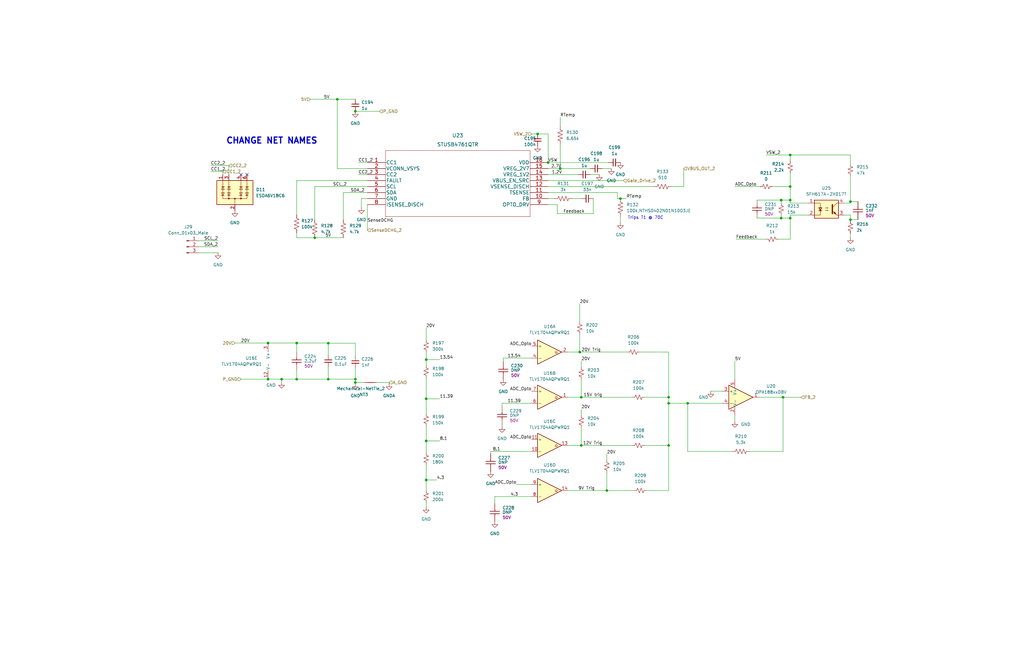
<source format=kicad_sch>
(kicad_sch (version 20230121) (generator eeschema)
  (paper "B")
  (lib_symbols
    (symbol "Amplifier_Operational:OPA188xxDBV" (pin_names (offset 0.127))
      (property "Reference" "U" (at 0 5.08 0))
      (property "Value" "OPA188xxDBV" (at 0 -5.08 0))
      (symbol "OPA188xxDBV_0_1"
        (polyline (pts (xy -5.08 5.08) (xy 5.08 0) (xy -5.08 -5.08) (xy -5.08 5.08)) (stroke (width 0.254)) (fill (type background)))
        (pin power_in line (at -2.54 -7.62 90) (length 3.81) (name "V-") (number "2"))
        (pin power_in line (at -2.54 7.62 270) (length 3.81) (name "V+") (number "5"))
      )
      (symbol "OPA188xxDBV_1_1"
        (pin output line (at 7.62 0 180) (length 2.54) (name "~") (number "1"))
        (pin input line (at -7.62 2.54 0) (length 2.54) (name "+") (number "3"))
        (pin input line (at -7.62 -2.54 0) (length 2.54) (name "-") (number "4"))
      )
    )
    (symbol "BCU_AltiumImport-altium-import:0_Cap"
      (property "Value" "0_Cap" (at 0 0 0))
      (symbol "0_Cap_1_0"
        (polyline (pts (xy -2.032 -3.302) (xy 2.032 -3.302)) (stroke (width 0.254)))
        (polyline (pts (xy 0 -5.08) (xy 0 -4.318)) (stroke (width 0.254)))
        (polyline (pts (xy 0 -2.54) (xy 0 -3.302)) (stroke (width 0.254)))
        (polyline (pts (xy 2.032 -4.318) (xy -2.032 -4.318)) (stroke (width 0.254)))
        (pin passive line (at 0 0 270) (length 2.54) (name "1") (number "1"))
        (pin passive line (at 0 -7.62 90) (length 2.54) (name "2") (number "2"))
      )
    )
    (symbol "Comparator:LM339" (pin_names (offset 0.127))
      (property "Reference" "U" (at 0 5.08 0))
      (property "Value" "LM339" (at 0 -5.08 0))
      (symbol "LM339_1_1"
        (polyline (pts (xy -5.08 5.08) (xy 5.08 0) (xy -5.08 -5.08) (xy -5.08 5.08)) (stroke (width 0.254)) (fill (type background)))
        (polyline (pts (xy 3.302 -0.508) (xy 2.794 -0.508) (xy 3.302 0) (xy 2.794 0.508) (xy 2.286 0) (xy 2.794 -0.508) (xy 2.286 -0.508)) (stroke (width 0.127)))
        (pin open_collector line (at 7.62 0 180) (length 2.54) (name "~") (number "2"))
        (pin input line (at -7.62 -2.54 0) (length 2.54) (name "-") (number "4"))
        (pin input line (at -7.62 2.54 0) (length 2.54) (name "+") (number "5"))
      )
      (symbol "LM339_2_1"
        (polyline (pts (xy -5.08 5.08) (xy 5.08 0) (xy -5.08 -5.08) (xy -5.08 5.08)) (stroke (width 0.254)) (fill (type background)))
        (polyline (pts (xy 3.302 -0.508) (xy 2.794 -0.508) (xy 3.302 0) (xy 2.794 0.508) (xy 2.286 0) (xy 2.794 -0.508) (xy 2.286 -0.508)) (stroke (width 0.127)))
        (pin open_collector line (at 7.62 0 180) (length 2.54) (name "~") (number "1"))
        (pin input line (at -7.62 -2.54 0) (length 2.54) (name "-") (number "6"))
        (pin input line (at -7.62 2.54 0) (length 2.54) (name "+") (number "7"))
      )
      (symbol "LM339_3_1"
        (polyline (pts (xy -5.08 5.08) (xy 5.08 0) (xy -5.08 -5.08) (xy -5.08 5.08)) (stroke (width 0.254)) (fill (type background)))
        (polyline (pts (xy 3.302 -0.508) (xy 2.794 -0.508) (xy 3.302 0) (xy 2.794 0.508) (xy 2.286 0) (xy 2.794 -0.508) (xy 2.286 -0.508)) (stroke (width 0.127)))
        (pin input line (at -7.62 -2.54 0) (length 2.54) (name "-") (number "10"))
        (pin input line (at -7.62 2.54 0) (length 2.54) (name "+") (number "11"))
        (pin open_collector line (at 7.62 0 180) (length 2.54) (name "~") (number "13"))
      )
      (symbol "LM339_4_1"
        (polyline (pts (xy -5.08 5.08) (xy 5.08 0) (xy -5.08 -5.08) (xy -5.08 5.08)) (stroke (width 0.254)) (fill (type background)))
        (polyline (pts (xy 3.302 -0.508) (xy 2.794 -0.508) (xy 3.302 0) (xy 2.794 0.508) (xy 2.286 0) (xy 2.794 -0.508) (xy 2.286 -0.508)) (stroke (width 0.127)))
        (pin open_collector line (at 7.62 0 180) (length 2.54) (name "~") (number "14"))
        (pin input line (at -7.62 -2.54 0) (length 2.54) (name "-") (number "8"))
        (pin input line (at -7.62 2.54 0) (length 2.54) (name "+") (number "9"))
      )
      (symbol "LM339_5_1"
        (pin power_in line (at -2.54 -7.62 90) (length 3.81) (name "V-") (number "12"))
        (pin power_in line (at -2.54 7.62 270) (length 3.81) (name "V+") (number "3"))
      )
    )
    (symbol "Connector:Conn_01x03_Male" (pin_names (offset 1.016) hide)
      (property "Reference" "J" (at 0 5.08 0))
      (property "Value" "Conn_01x03_Male" (at 0 -5.08 0))
      (symbol "Conn_01x03_Male_1_1"
        (polyline (pts (xy 1.27 -2.54) (xy 0.8636 -2.54)) (stroke (width 0.1524)))
        (polyline (pts (xy 1.27 0) (xy 0.8636 0)) (stroke (width 0.1524)))
        (polyline (pts (xy 1.27 2.54) (xy 0.8636 2.54)) (stroke (width 0.1524)))
        (rectangle (start 0.8636 -2.413) (end 0 -2.667) (stroke (width 0.1524)) (fill (type outline)))
        (rectangle (start 0.8636 0.127) (end 0 -0.127) (stroke (width 0.1524)) (fill (type outline)))
        (rectangle (start 0.8636 2.667) (end 0 2.413) (stroke (width 0.1524)) (fill (type outline)))
        (pin passive line (at 5.08 2.54 180) (length 3.81) (name "Pin_1") (number "1"))
        (pin passive line (at 5.08 0 180) (length 3.81) (name "Pin_2") (number "2"))
        (pin passive line (at 5.08 -2.54 180) (length 3.81) (name "Pin_3") (number "3"))
      )
    )
    (symbol "Device:C_Small" (pin_numbers hide) (pin_names (offset 0.254) hide)
      (property "Reference" "C" (at 0.254 1.778 0))
      (property "Value" "C_Small" (at 0.254 -2.032 0))
      (symbol "C_Small_0_1"
        (polyline (pts (xy -1.524 -0.508) (xy 1.524 -0.508)) (stroke (width 0.3302)))
        (polyline (pts (xy -1.524 0.508) (xy 1.524 0.508)) (stroke (width 0.3048)))
      )
      (symbol "C_Small_1_1"
        (pin passive line (at 0 2.54 270) (length 2.032) (name "~") (number "1"))
        (pin passive line (at 0 -2.54 90) (length 2.032) (name "~") (number "2"))
      )
    )
    (symbol "Device:NetTie_2" (pin_numbers hide) (pin_names (offset 0) hide)
      (property "Reference" "NT" (at 0 1.27 0))
      (property "Value" "NetTie_2" (at 0 -1.27 0))
      (symbol "NetTie_2_0_1"
        (polyline (pts (xy -1.27 0) (xy 1.27 0)) (stroke (width 0.254)))
      )
      (symbol "NetTie_2_1_1"
        (pin passive line (at -2.54 0 0) (length 2.54) (name "1") (number "1"))
        (pin passive line (at 2.54 0 180) (length 2.54) (name "2") (number "2"))
      )
    )
    (symbol "Device:R_Small_US" (pin_numbers hide) (pin_names (offset 0.254) hide)
      (property "Reference" "R" (at 0.762 0.508 0))
      (property "Value" "R_Small_US" (at 0.762 -1.016 0))
      (symbol "R_Small_US_1_1"
        (polyline (pts (xy 0 0) (xy 1.016 -0.381) (xy 0 -0.762) (xy -1.016 -1.143) (xy 0 -1.524)))
        (polyline (pts (xy 0 1.524) (xy 1.016 1.143) (xy 0 0.762) (xy -1.016 0.381) (xy 0 0)))
        (pin passive line (at 0 2.54 270) (length 1.016) (name "~") (number "1"))
        (pin passive line (at 0 -2.54 90) (length 1.016) (name "~") (number "2"))
      )
    )
    (symbol "Device:R_US" (pin_numbers hide) (pin_names (offset 0))
      (property "Reference" "R" (at 2.54 0 90))
      (property "Value" "R_US" (at -2.54 0 90))
      (symbol "R_US_0_1"
        (polyline (pts (xy 0 -2.286) (xy 0 -2.54)))
        (polyline (pts (xy 0 2.286) (xy 0 2.54)))
        (polyline (pts (xy 0 -0.762) (xy 1.016 -1.143) (xy 0 -1.524) (xy -1.016 -1.905) (xy 0 -2.286)))
        (polyline (pts (xy 0 0.762) (xy 1.016 0.381) (xy 0 0) (xy -1.016 -0.381) (xy 0 -0.762)))
        (polyline (pts (xy 0 2.286) (xy 1.016 1.905) (xy 0 1.524) (xy -1.016 1.143) (xy 0 0.762)))
      )
      (symbol "R_US_1_1"
        (pin passive line (at 0 3.81 270) (length 1.27) (name "~") (number "1"))
        (pin passive line (at 0 -3.81 90) (length 1.27) (name "~") (number "2"))
      )
    )
    (symbol "Interface_USB:STUSB4761QTR" (pin_names (offset 0.254))
      (property "Reference" "U" (at 38.1 10.16 0))
      (property "Value" "STUSB4761QTR" (at 38.1 7.62 0))
      (symbol "STUSB4761QTR_1_1"
        (polyline (pts (xy 7.62 -22.86) (xy 68.58 -22.86)) (stroke (width 0.127)))
        (polyline (pts (xy 7.62 5.08) (xy 7.62 -22.86)) (stroke (width 0.127)))
        (polyline (pts (xy 68.58 -22.86) (xy 68.58 5.08)) (stroke (width 0.127)))
        (polyline (pts (xy 68.58 5.08) (xy 7.62 5.08)) (stroke (width 0.127)))
        (pin bidirectional line (at 0 0 0) (length 7.62) (name "CC1") (number "1"))
        (pin unspecified line (at 76.2 -15.24 180) (length 7.62) (name "FB") (number "10"))
        (pin unspecified line (at 76.2 -12.7 180) (length 7.62) (name "TSENSE") (number "11"))
        (pin unspecified line (at 76.2 -10.16 180) (length 7.62) (name "VSENSE_DISCH") (number "12"))
        (pin unspecified line (at 76.2 -7.62 180) (length 7.62) (name "VBUS_EN_SRC") (number "13"))
        (pin bidirectional line (at 76.2 -5.08 180) (length 7.62) (name "VREG_1V2") (number "14"))
        (pin bidirectional line (at 76.2 -2.54 180) (length 7.62) (name "VREG_2V7") (number "15"))
        (pin power_in line (at 76.2 0 180) (length 7.62) (name "VDD") (number "16"))
        (pin unspecified line (at 0 -2.54 0) (length 7.62) (name "VCONN_VSYS") (number "2"))
        (pin bidirectional line (at 0 -5.08 0) (length 7.62) (name "CC2") (number "3"))
        (pin unspecified line (at 0 -7.62 0) (length 7.62) (name "FAULT") (number "4"))
        (pin unspecified line (at 0 -10.16 0) (length 7.62) (name "SCL") (number "5"))
        (pin unspecified line (at 0 -12.7 0) (length 7.62) (name "SDA") (number "6"))
        (pin power_in line (at 0 -15.24 0) (length 7.62) (name "GND") (number "7"))
        (pin unspecified line (at 0 -17.78 0) (length 7.62) (name "ISENSE_DISCH") (number "8"))
        (pin unspecified line (at 76.2 -17.78 180) (length 7.62) (name "OPTO_DRV") (number "9"))
      )
    )
    (symbol "Isolator:SFH617A-2X017T" (pin_names (offset 1.016))
      (property "Reference" "U" (at -5.08 6.35 0))
      (property "Value" "SFH617A-2X017T" (at -5.08 -6.35 0))
      (symbol "SFH617A-2X017T_0_1"
        (rectangle (start -5.08 3.81) (end 5.08 -3.81) (stroke (width 0.254)) (fill (type background)))
        (polyline (pts (xy -3.175 -0.635) (xy -1.905 -0.635)) (stroke (width 0.254)))
        (polyline (pts (xy 2.54 0.635) (xy 4.445 2.54)))
        (polyline (pts (xy 4.445 -2.54) (xy 2.54 -0.635)) (fill (type outline)))
        (polyline (pts (xy 4.445 -2.54) (xy 5.08 -2.54)))
        (polyline (pts (xy 4.445 2.54) (xy 5.08 2.54)))
        (polyline (pts (xy -2.54 -0.635) (xy -2.54 -2.54) (xy -5.08 -2.54)))
        (polyline (pts (xy 2.54 1.905) (xy 2.54 -1.905) (xy 2.54 -1.905)) (stroke (width 0.508)))
        (polyline (pts (xy -5.08 2.54) (xy -2.54 2.54) (xy -2.54 -1.27) (xy -2.54 0.635)))
        (polyline (pts (xy -2.54 -0.635) (xy -3.175 0.635) (xy -1.905 0.635) (xy -2.54 -0.635)) (stroke (width 0.254)))
        (polyline (pts (xy -0.508 -0.508) (xy 0.762 -0.508) (xy 0.381 -0.635) (xy 0.381 -0.381) (xy 0.762 -0.508)))
        (polyline (pts (xy -0.508 0.508) (xy 0.762 0.508) (xy 0.381 0.381) (xy 0.381 0.635) (xy 0.762 0.508)))
        (polyline (pts (xy 3.048 -1.651) (xy 3.556 -1.143) (xy 4.064 -2.159) (xy 3.048 -1.651) (xy 3.048 -1.651)) (fill (type outline)))
      )
      (symbol "SFH617A-2X017T_1_1"
        (pin passive line (at -7.62 2.54 0) (length 2.54) (name "~") (number "1"))
        (pin passive line (at -7.62 -2.54 0) (length 2.54) (name "~") (number "2"))
        (pin passive line (at 7.62 -2.54 180) (length 2.54) (name "~") (number "3"))
        (pin passive line (at 7.62 2.54 180) (length 2.54) (name "~") (number "4"))
      )
    )
    (symbol "Power_Protection:ESDA6V1BC6" (pin_names hide)
      (property "Reference" "D" (at -2.54 -6.35 0))
      (property "Value" "ESDA6V1BC6" (at 1.27 -6.35 0))
      (symbol "ESDA6V1BC6_0_0"
        (pin passive line (at 0 -7.62 90) (length 2.54) (name "COM") (number "2"))
      )
      (symbol "ESDA6V1BC6_0_1"
        (rectangle (start -7.62 5.08) (end 7.62 -5.08) (stroke (width 0.254)) (fill (type background)))
        (circle (center -2.54 -2.54) (radius 0.254) (fill (type outline)))
        (circle (center 0 -2.54) (radius 0.254) (fill (type outline)))
        (polyline (pts (xy -5.08 -2.54) (xy -5.08 -1.27)))
        (polyline (pts (xy -5.08 -2.54) (xy 5.08 -2.54)))
        (polyline (pts (xy -5.08 2.54) (xy -5.08 -1.27)))
        (polyline (pts (xy -5.08 5.08) (xy -5.08 2.54)))
        (polyline (pts (xy -2.54 -2.54) (xy -2.54 -1.27)))
        (polyline (pts (xy -2.54 2.54) (xy -2.54 -1.27)))
        (polyline (pts (xy -2.54 5.08) (xy -2.54 2.54)))
        (polyline (pts (xy 0 -2.54) (xy 0 -5.08)))
        (polyline (pts (xy 2.54 -2.54) (xy 2.54 -1.27)))
        (polyline (pts (xy 2.54 2.54) (xy 2.54 -1.27)))
        (polyline (pts (xy 2.54 5.08) (xy 2.54 2.54)))
        (polyline (pts (xy 5.08 -2.54) (xy 5.08 -1.27)))
        (polyline (pts (xy 5.08 2.54) (xy 5.08 -1.27)))
        (polyline (pts (xy 5.08 5.08) (xy 5.08 2.54)))
        (polyline (pts (xy -5.715 -1.016) (xy -5.715 -1.27) (xy -4.445 -1.27)))
        (polyline (pts (xy -5.715 2.54) (xy -4.445 2.54) (xy -4.445 2.286)))
        (polyline (pts (xy -3.175 -1.016) (xy -3.175 -1.27) (xy -1.905 -1.27)))
        (polyline (pts (xy -3.175 2.54) (xy -1.905 2.54) (xy -1.905 2.286)))
        (polyline (pts (xy 1.905 -1.016) (xy 1.905 -1.27) (xy 3.175 -1.27)))
        (polyline (pts (xy 1.905 2.54) (xy 3.175 2.54) (xy 3.175 2.286)))
        (polyline (pts (xy 4.445 -1.016) (xy 4.445 -1.27) (xy 5.715 -1.27)))
        (polyline (pts (xy 4.445 2.54) (xy 5.715 2.54) (xy 5.715 2.286)))
        (polyline (pts (xy -5.08 -1.27) (xy -5.715 0) (xy -4.445 0) (xy -5.08 -1.27)))
        (polyline (pts (xy -5.08 2.54) (xy -4.445 1.27) (xy -5.715 1.27) (xy -5.08 2.54)))
        (polyline (pts (xy -2.54 -1.27) (xy -3.175 0) (xy -1.905 0) (xy -2.54 -1.27)))
        (polyline (pts (xy -2.54 2.54) (xy -1.905 1.27) (xy -3.175 1.27) (xy -2.54 2.54)))
        (polyline (pts (xy 2.54 -1.27) (xy 1.905 0) (xy 3.175 0) (xy 2.54 -1.27)))
        (polyline (pts (xy 2.54 2.54) (xy 3.175 1.27) (xy 1.905 1.27) (xy 2.54 2.54)))
        (polyline (pts (xy 5.08 -1.27) (xy 4.445 0) (xy 5.715 0) (xy 5.08 -1.27)))
        (polyline (pts (xy 5.08 2.54) (xy 5.715 1.27) (xy 4.445 1.27) (xy 5.08 2.54)))
        (circle (center 2.54 -2.54) (radius 0.254) (fill (type outline)))
      )
      (symbol "ESDA6V1BC6_1_1"
        (pin passive line (at -5.08 7.62 270) (length 2.54) (name "TVS1") (number "1"))
        (pin passive line (at -2.54 7.62 270) (length 2.54) (name "TVS2") (number "3"))
        (pin passive line (at 2.54 7.62 270) (length 2.54) (name "TVS3") (number "4"))
        (pin passive line (at 0 -7.62 90) (length 2.54) hide (name "COM") (number "5"))
        (pin passive line (at 5.08 7.62 270) (length 2.54) (name "TVS4") (number "6"))
      )
    )
    (symbol "power:GND" (power) (pin_names (offset 0))
      (property "Value" "GND" (at 0 -3.81 0))
      (symbol "GND_0_1"
        (polyline (pts (xy 0 0) (xy 0 -1.27) (xy 1.27 -1.27) (xy 0 -2.54) (xy -1.27 -1.27) (xy 0 -1.27)))
      )
      (symbol "GND_1_1"
        (pin power_in line (at 0 0 270) (length 0) hide (name "GND") (number "1"))
      )
    )
    (symbol "power:GNDA" (power) (pin_names (offset 0))
      (property "Value" "GNDA" (at 0 -3.81 0))
      (symbol "GNDA_0_1"
        (polyline (pts (xy 0 0) (xy 0 -1.27) (xy 1.27 -1.27) (xy 0 -2.54) (xy -1.27 -1.27) (xy 0 -1.27)))
      )
      (symbol "GNDA_1_1"
        (pin power_in line (at 0 0 270) (length 0) hide (name "GNDA") (number "1"))
      )
    )
  )
  (junction (at 138.43 160.02))
  (junction (at 289.9716 170.18))
  (junction (at 358.6124 92.6987))
  (junction (at 261.62 83.82))
  (junction (at 149.86 160.02))
  (junction (at 179.705 151.765))
  (junction (at 245.11 167.64))
  (junction (at 149.86 161.4053))
  (junction (at 244.475 148.59))
  (junction (at 149.86 46.99))
  (junction (at 333.2124 84.4437))
  (junction (at 138.43 144.8483))
  (junction (at 329.4024 84.4437))
  (junction (at 125.095 160.02))
  (junction (at 281.94 187.96))
  (junction (at 333.2124 78.7287))
  (junction (at 226.695 56.515))
  (junction (at 281.94 170.18))
  (junction (at 179.705 186.055))
  (junction (at 330.2 167.64))
  (junction (at 255.905 207.01))
  (junction (at 333.2124 65.3937))
  (junction (at 125.095 144.78))
  (junction (at 245.11 187.96))
  (junction (at 358.6124 85.0787))
  (junction (at 231.14 68.58))
  (junction (at 236.22 71.12))
  (junction (at 281.94 167.64))
  (junction (at 113.03 144.78))
  (junction (at 132.715 100.33))
  (junction (at 118.745 160.02))
  (junction (at 179.705 202.565))
  (junction (at 179.705 168.275))
  (junction (at 329.4024 92.0637))
  (junction (at 113.03 160.02))
  (junction (at 142.24 41.91))
  (junction (at 333.2124 92.0637))
  (no_connect (at 104.14 73.66))
  (no_connect (at 101.6 73.66))
  (wire (pts (xy 255.905 191.77) (xy 255.905 194.31)))
  (wire (pts (xy 151.13 68.58) (xy 154.94 68.58)))
  (wire (pts (xy 224.155 56.515) (xy 226.695 56.515)))
  (wire (pts (xy 212.217 151.13) (xy 224.155 151.13)))
  (wire (pts (xy 261.62 83.82) (xy 264.16 83.82)))
  (wire (pts (xy 179.705 151.765) (xy 179.705 154.305)))
  (wire (pts (xy 329.4024 84.4437) (xy 329.4024 85.7137)))
  (wire (pts (xy 179.705 159.385) (xy 179.705 168.275)))
  (wire (pts (xy 211.709 179.959) (xy 211.709 179.197)))
  (wire (pts (xy 358.6124 85.7137) (xy 356.0724 85.7137)))
  (wire (pts (xy 316.23 190.5) (xy 330.2 190.5)))
  (wire (pts (xy 281.94 148.59) (xy 281.94 167.64)))
  (wire (pts (xy 179.705 151.765) (xy 185.42 151.765)))
  (wire (pts (xy 288.29 71.12) (xy 288.29 78.74)))
  (wire (pts (xy 91.948 106.68) (xy 83.82 106.68)))
  (wire (pts (xy 281.94 187.96) (xy 271.78 187.96)))
  (wire (pts (xy 271.78 167.64) (xy 281.94 167.64)))
  (wire (pts (xy 260.35 83.82) (xy 261.62 83.82)))
  (wire (pts (xy 101.6 160.02) (xy 113.03 160.02)))
  (wire (pts (xy 234.95 90.17) (xy 234.95 86.36)))
  (wire (pts (xy 333.2124 92.0637) (xy 333.2124 100.9537)))
  (wire (pts (xy 358.6124 65.3937) (xy 358.6124 69.2037)))
  (wire (pts (xy 333.2124 73.0137) (xy 333.2124 78.7287)))
  (wire (pts (xy 233.68 83.82) (xy 231.14 83.82)))
  (wire (pts (xy 149.86 144.8483) (xy 138.43 144.8483)))
  (wire (pts (xy 234.95 86.36) (xy 231.14 86.36)))
  (wire (pts (xy 248.92 71.12) (xy 236.22 71.12)))
  (wire (pts (xy 319.2424 92.0637) (xy 329.4024 92.0637)))
  (wire (pts (xy 154.94 78.74) (xy 132.715 78.74)))
  (wire (pts (xy 149.86 150.241) (xy 149.86 144.8483)))
  (wire (pts (xy 142.24 41.91) (xy 130.81 41.91)))
  (wire (pts (xy 236.22 49.53) (xy 236.22 53.34)))
  (wire (pts (xy 310.3524 100.9537) (xy 323.0524 100.9537)))
  (wire (pts (xy 269.6592 148.5778) (xy 281.94 148.59)))
  (wire (pts (xy 239.395 167.64) (xy 245.11 167.64)))
  (wire (pts (xy 289.9716 170.18) (xy 304.8 170.18)))
  (wire (pts (xy 328.1324 100.9537) (xy 333.2124 100.9537)))
  (wire (pts (xy 245.11 167.64) (xy 266.7 167.64)))
  (wire (pts (xy 125.095 78.74) (xy 125.0816 90.663)))
  (wire (pts (xy 179.705 138.43) (xy 179.705 143.51)))
  (wire (pts (xy 99.06 144.78) (xy 113.03 144.78)))
  (wire (pts (xy 158.75 161.417) (xy 164.084 161.417)))
  (wire (pts (xy 91.948 104.14) (xy 83.82 104.14)))
  (wire (pts (xy 281.94 170.18) (xy 289.9716 170.18)))
  (wire (pts (xy 96.52 73.66) (xy 96.52 69.85)))
  (wire (pts (xy 281.94 170.18) (xy 281.94 187.96)))
  (wire (pts (xy 245.11 83.82) (xy 241.3 83.82)))
  (wire (pts (xy 333.2124 78.7287) (xy 333.2124 84.4437)))
  (wire (pts (xy 179.705 212.09) (xy 179.705 213.995)))
  (wire (pts (xy 149.86 160.02) (xy 149.86 161.4053)))
  (wire (pts (xy 329.4024 92.0637) (xy 329.4024 90.7937)))
  (wire (pts (xy 138.43 154.94) (xy 138.43 160.02)))
  (wire (pts (xy 333.2124 84.4437) (xy 329.4024 84.4437)))
  (wire (pts (xy 333.2124 92.0637) (xy 333.2124 90.7937)))
  (wire (pts (xy 179.705 196.215) (xy 179.705 202.565)))
  (wire (pts (xy 160.02 46.99) (xy 149.86 46.99)))
  (wire (pts (xy 179.705 202.565) (xy 179.705 207.01)))
  (wire (pts (xy 356.0724 90.7937) (xy 358.6124 90.7937)))
  (wire (pts (xy 226.695 56.515) (xy 231.14 56.515)))
  (wire (pts (xy 358.6124 85.0787) (xy 358.6124 85.7137)))
  (wire (pts (xy 154.94 71.12) (xy 142.24 71.12)))
  (wire (pts (xy 179.705 186.055) (xy 185.42 186.055)))
  (wire (pts (xy 206.883 190.4984) (xy 207.7649 190.4984)))
  (wire (pts (xy 179.705 168.275) (xy 185.42 168.275)))
  (wire (pts (xy 211.709 171.577) (xy 211.709 170.18)))
  (wire (pts (xy 308.61 190.5) (xy 289.9716 190.5)))
  (wire (pts (xy 309.88 78.74) (xy 320.5124 78.7287)))
  (wire (pts (xy 256.54 68.58) (xy 231.14 68.58)))
  (wire (pts (xy 138.43 149.86) (xy 138.43 144.8483)))
  (wire (pts (xy 154.94 76.2) (xy 125.095 76.2)))
  (wire (pts (xy 283.21 78.74) (xy 288.29 78.74)))
  (wire (pts (xy 239.395 148.59) (xy 244.475 148.59)))
  (wire (pts (xy 358.6124 85.0787) (xy 361.7874 85.0787)))
  (wire (pts (xy 212.217 152.527) (xy 212.217 151.13)))
  (wire (pts (xy 358.6124 92.6987) (xy 358.6124 93.3337)))
  (wire (pts (xy 329.4024 92.0637) (xy 333.2124 92.0637)))
  (wire (pts (xy 319.2424 84.4437) (xy 329.4024 84.4437)))
  (wire (pts (xy 255.905 199.39) (xy 255.905 207.01)))
  (wire (pts (xy 239.395 187.96) (xy 245.11 187.96)))
  (wire (pts (xy 330.2 167.64) (xy 320.04 167.64)))
  (wire (pts (xy 125.095 160.02) (xy 138.43 160.02)))
  (wire (pts (xy 358.6124 98.4137) (xy 358.6124 100.3187)))
  (wire (pts (xy 245.11 152.4) (xy 245.11 154.94)))
  (wire (pts (xy 125.095 76.2) (xy 125.095 78.74)))
  (wire (pts (xy 179.705 168.275) (xy 179.705 174.625)))
  (wire (pts (xy 125.095 144.78) (xy 138.43 144.78)))
  (wire (pts (xy 144.78 81.28) (xy 154.94 81.28)))
  (wire (pts (xy 358.6124 92.6987) (xy 361.7874 92.6987)))
  (wire (pts (xy 152.4 83.82) (xy 152.4 87.63)))
  (wire (pts (xy 309.88 177.8) (xy 309.88 175.26)))
  (wire (pts (xy 179.705 148.59) (xy 179.705 151.765)))
  (wire (pts (xy 245.11 160.02) (xy 245.11 167.64)))
  (wire (pts (xy 118.745 161.29) (xy 118.745 160.02)))
  (wire (pts (xy 206.883 191.389) (xy 206.883 190.4984)))
  (wire (pts (xy 138.43 144.8483) (xy 138.43 144.78)))
  (wire (pts (xy 150.368 161.4053) (xy 149.86 161.4053)))
  (wire (pts (xy 267.4676 206.9963) (xy 255.905 207.0341)))
  (wire (pts (xy 113.03 160.02) (xy 118.745 160.02)))
  (wire (pts (xy 217.805 204.47) (xy 224.155 204.47)))
  (wire (pts (xy 264.5792 148.5778) (xy 244.475 148.59)))
  (wire (pts (xy 245.11 180.34) (xy 245.11 187.96)))
  (wire (pts (xy 289.9716 170.18) (xy 289.9716 190.5)))
  (wire (pts (xy 244.475 128.27) (xy 244.475 135.89)))
  (wire (pts (xy 118.745 160.02) (xy 125.095 160.02)))
  (wire (pts (xy 257.81 71.12) (xy 254 71.12)))
  (wire (pts (xy 250.19 90.17) (xy 234.95 90.17)))
  (wire (pts (xy 125.095 144.78) (xy 125.095 148.59)))
  (wire (pts (xy 208.661 212.471) (xy 208.661 209.55)))
  (wire (pts (xy 309.88 152.4) (xy 309.88 160.02)))
  (wire (pts (xy 281.94 170.18) (xy 281.94 167.64)))
  (wire (pts (xy 164.084 161.417) (xy 164.084 161.925)))
  (wire (pts (xy 150.368 161.417) (xy 150.368 161.4053)))
  (wire (pts (xy 333.2124 85.7137) (xy 340.8324 85.7137)))
  (wire (pts (xy 154.94 83.82) (xy 152.4 83.82)))
  (wire (pts (xy 231.14 56.515) (xy 231.14 68.58)))
  (wire (pts (xy 299.72 165.1) (xy 304.8 165.1)))
  (wire (pts (xy 208.661 209.55) (xy 224.155 209.55)))
  (wire (pts (xy 250.19 83.82) (xy 250.19 90.17)))
  (wire (pts (xy 132.715 78.74) (xy 132.715 92.71)))
  (wire (pts (xy 245.11 187.96) (xy 266.7 187.96)))
  (wire (pts (xy 330.2 167.64) (xy 337.82 167.64)))
  (wire (pts (xy 244.475 140.97) (xy 244.475 148.59)))
  (wire (pts (xy 125.0816 98.283) (xy 125.0816 100.33)))
  (wire (pts (xy 239.395 207.01) (xy 255.905 207.01)))
  (wire (pts (xy 125.0816 100.33) (xy 132.715 100.33)))
  (wire (pts (xy 88.9 72.39) (xy 93.98 72.39)))
  (wire (pts (xy 323.0524 65.3937) (xy 333.2124 65.3937)))
  (wire (pts (xy 252.73 73.66) (xy 248.92 73.66)))
  (wire (pts (xy 88.9 69.85) (xy 96.52 69.85)))
  (wire (pts (xy 153.67 161.417) (xy 150.368 161.417)))
  (wire (pts (xy 151.13 73.66) (xy 154.94 73.66)))
  (wire (pts (xy 207.7649 190.4984) (xy 224.155 190.5)))
  (wire (pts (xy 245.11 172.72) (xy 245.11 175.26)))
  (wire (pts (xy 358.6124 74.2837) (xy 358.6124 85.0787)))
  (wire (pts (xy 144.78 81.28) (xy 144.78 92.71)))
  (wire (pts (xy 211.709 170.18) (xy 224.155 170.18)))
  (wire (pts (xy 125.095 156.21) (xy 125.095 160.02)))
  (wire (pts (xy 281.94 187.96) (xy 281.94 207.0341)))
  (wire (pts (xy 333.2124 65.3937) (xy 358.6124 65.3937)))
  (wire (pts (xy 330.2 190.5) (xy 330.2 167.64)))
  (wire (pts (xy 261.62 93.98) (xy 261.62 91.44)))
  (wire (pts (xy 93.98 73.66) (xy 93.98 72.39)))
  (wire (pts (xy 142.24 71.12) (xy 142.24 41.91)))
  (wire (pts (xy 179.705 202.565) (xy 184.15 202.565)))
  (wire (pts (xy 275.59 78.74) (xy 231.14 78.74)))
  (wire (pts (xy 243.84 73.66) (xy 231.14 73.66)))
  (wire (pts (xy 255.905 207.0341) (xy 255.905 207.01)))
  (wire (pts (xy 236.22 60.96) (xy 236.22 71.12)))
  (wire (pts (xy 179.705 179.705) (xy 179.705 186.055)))
  (wire (pts (xy 91.948 101.6) (xy 83.82 101.6)))
  (wire (pts (xy 149.86 155.321) (xy 149.86 160.02)))
  (wire (pts (xy 154.94 86.36) (xy 154.94 97.155)))
  (wire (pts (xy 333.2124 65.3937) (xy 333.2124 67.9337)))
  (wire (pts (xy 260.35 81.28) (xy 260.35 83.82)))
  (wire (pts (xy 358.6124 90.7937) (xy 358.6124 92.6987)))
  (wire (pts (xy 281.94 207.0341) (xy 272.5476 206.9963)))
  (wire (pts (xy 262.89 76.2) (xy 231.14 76.2)))
  (wire (pts (xy 236.22 71.12) (xy 231.14 71.12)))
  (wire (pts (xy 132.715 100.33) (xy 144.78 100.33)))
  (wire (pts (xy 149.86 160.02) (xy 138.43 160.02)))
  (wire (pts (xy 333.2124 90.7937) (xy 340.8324 90.7937)))
  (wire (pts (xy 113.03 144.78) (xy 125.095 144.78)))
  (wire (pts (xy 231.14 81.28) (xy 260.35 81.28)))
  (wire (pts (xy 325.5924 78.7287) (xy 333.2124 78.7287)))
  (wire (pts (xy 179.705 186.055) (xy 179.705 191.135)))
  (wire (pts (xy 149.86 41.91) (xy 142.24 41.91)))
  (wire (pts (xy 333.2124 84.4437) (xy 333.2124 85.7137)))
  (wire (pts (xy 149.86 161.4053) (xy 149.86 161.925)))
  (text "Trips T1 @ 70C" (at 264.668 92.71 0) (effects (font (size 1.27 1.27)) (justify left bottom)))
  (text "CHANGE NET NAMES" (at 95.25 60.96 0) (effects (font (size 2.54 2.54) (thickness 0.508) bold) (justify left bottom)))
  (label "12V Trig" (at 254 187.96 180))
  (label "CC2_2" (at 88.9 69.85 0))
  (label "CC2_2" (at 151.13 73.66 0))
  (label "CC1_2" (at 151.13 68.58 0))
  (label "SDA_2" (at 91.948 104.14 180))
  (label "SenseDCHG" (at 154.94 93.98 0))
  (label "Feedback" (at 310.3524 100.9537 0))
  (label "13.54" (at 185.42 151.765 0))
  (label "4.3" (at 184.15 202.565 0))
  (label "ADC_Opto" (at 217.805 204.47 180))
  (label "20V Trig" (at 253.365 148.5846 180))
  (label "13.54" (at 213.995 151.13 0))
  (label "20V" (at 245.11 152.4 0))
  (label "SDA_2" (at 147.828 81.28 0))
  (label "20V" (at 255.905 191.77 0))
  (label "CC1_2" (at 88.9 72.39 0))
  (label "5V" (at 136.525 41.91 0))
  (label "RTemp" (at 264.16 83.82 0))
  (label "ADC_Opto" (at 309.88 78.74 0))
  (label "9V Trig" (at 243.84 207.01 0))
  (label "11.39" (at 213.995 170.18 0))
  (label "20V" (at 244.475 128.27 0))
  (label "5V" (at 137.16 100.33 0))
  (label "20V" (at 245.11 172.72 0))
  (label "15V trig" (at 254 167.64 180))
  (label "SCL_2" (at 91.948 101.6 180))
  (label "Feedback" (at 237.49 90.17 0))
  (label "ADC_Opto" (at 224.155 146.05 180))
  (label "ADC_Opto" (at 224.155 185.42 180))
  (label "VSW_2" (at 323.0524 65.3937 0))
  (label "11.39" (at 185.42 168.275 0))
  (label "SCL_2" (at 140.368 78.74 0))
  (label "8.1" (at 185.42 186.055 0))
  (label "RTemp" (at 236.22 49.53 0))
  (label "1.2V" (at 232.664 73.66 0))
  (label "5V" (at 309.88 152.4 0))
  (label "4.3" (at 215.265 209.55 0))
  (label "20V" (at 101.6 144.78 0))
  (label "20V" (at 179.705 138.43 0))
  (label "8.1" (at 207.7649 190.4984 0))
  (label "ADC_Opto" (at 224.155 165.1 180))
  (label "VSW" (at 231.14 68.58 0))
  (label "2.7V" (at 232.41 71.12 0))
  (hierarchical_label "Gate_Drive_2" (shape input) (at 262.89 76.2 0))
  (hierarchical_label "CC1_2" (shape input) (at 93.98 72.39 0))
  (hierarchical_label "CC2_2" (shape input) (at 96.52 69.85 0))
  (hierarchical_label "A_GND" (shape input) (at 164.084 161.417 0))
  (hierarchical_label "VSW_2" (shape input) (at 224.155 56.515 180))
  (hierarchical_label "P_GND" (shape input) (at 160.02 46.99 0))
  (hierarchical_label "20V" (shape input) (at 99.06 144.78 180))
  (hierarchical_label "SenseDCHG_2" (shape input) (at 154.94 97.155 0))
  (hierarchical_label "5V" (shape input) (at 130.81 41.91 180))
  (hierarchical_label "VBUS_OUT_2" (shape input) (at 288.29 71.12 0))
  (hierarchical_label "P_GND" (shape input) (at 101.6 160.02 180))
  (hierarchical_label "FB_2" (shape input) (at 337.82 167.64 0))
  (symbol (lib_id "Device:R_US") (at 279.4 78.74 90) (unit 1)
    (property "Reference" "R133" (at 279.4 72.39 90))
    (property "Value" "510" (at 279.4 74.93 90))
    (property "Footprint" "Resistor_SMD:R_0603_1608Metric_Pad0.98x0.95mm_HandSolder" (effects hide))
  )
  (symbol (lib_id "Device:C_Small") (at 251.46 71.12 90) (unit 1)
    (property "Reference" "C198" (at 251.4663 64.77 90))
    (property "Value" "1u" (at 251.4663 67.31 90))
    (property "Footprint" "Capacitor_SMD:C_0402_1005Metric" (effects hide))
  )
  (symbol (lib_id "Device:R_Small_US") (at 269.24 167.64 90) (unit 1)
    (property "Reference" "R207" (at 269.24 161.29 90))
    (property "Value" "100k" (at 269.24 163.83 90))
    (property "Footprint" "Resistor_SMD:R_0402_1005Metric" (effects hide))
    (property "part name" "RT0603DRD07100KL" (effects hide))
    (property "MANUFACTURER" "YAGEO" (effects hide))
    (property "MANUFACTURER PARTNO" "RT0603DRD07100KL" (effects hide))
    (property "Part Name" "RT0402DRE07100KL" (effects hide))
  )
  (symbol (lib_id "power:GND") (at 211.709 179.959 0) (mirror y) (unit 1)
    (property "Reference" "#PWR0299" (effects hide))
    (property "Value" "GND" (at 211.709 185.039 0))
  )
  (symbol (lib_id "Device:R_Small_US") (at 269.24 187.96 90) (unit 1)
    (property "Reference" "R208" (at 269.24 181.61 90))
    (property "Value" "100k" (at 269.24 184.15 90))
    (property "Footprint" "Resistor_SMD:R_0402_1005Metric" (effects hide))
    (property "part name" "RT0603DRD07100KL" (effects hide))
    (property "MANUFACTURER" "YAGEO" (effects hide))
    (property "MANUFACTURER PARTNO" "RT0603DRD07100KL" (effects hide))
    (property "Part Name" "RT0402DRE07100KL" (effects hide))
  )
  (symbol (lib_id "Device:C_Small") (at 247.65 83.82 270) (unit 1)
    (property "Reference" "C197" (at 247.6436 77.47 90))
    (property "Value" "33n" (at 247.6436 80.01 90))
    (property "Footprint" "Capacitor_SMD:C_0402_1005Metric" (effects hide))
  )
  (symbol (lib_id "Comparator:LM339") (at 115.57 152.4 0) (unit 5)
    (property "Reference" "U16" (at 103.505 151.13 0) (effects (justify left)))
    (property "Value" "TLV1704AQPWRQ1" (at 93.345 153.67 0) (effects (justify left)))
    (property "Footprint" "Package_SO:TSSOP-14_TLV1704AQPWRQ1" (effects hide))
    (property "Datasheet" "https://www.st.com/resource/en/datasheet/lm139.pdf" (effects hide))
    (property "MANUFACTURER" "DNP" (effects hide))
    (property "MANUFACTURER PARTNO" "DNP" (effects hide))
    (property "MFG" "Texas Instruments" (effects hide))
    (property "Part Name" "TLV1704AQPWRQ1" (effects hide))
  )
  (symbol (lib_id "power:GND") (at 226.695 61.595 0) (unit 1)
    (property "Reference" "#PWR0224" (effects hide))
    (property "Value" "GND" (at 226.695 66.675 0))
  )
  (symbol (lib_id "Device:R_Small_US") (at 270.0076 206.9963 90) (unit 1)
    (property "Reference" "R209" (at 270.0076 200.6463 90))
    (property "Value" "100k" (at 270.0076 203.1863 90))
    (property "Footprint" "Resistor_SMD:R_0402_1005Metric" (effects hide))
    (property "part name" "RT0603DRD07100KL" (effects hide))
    (property "MANUFACTURER" "YAGEO" (effects hide))
    (property "MANUFACTURER PARTNO" "RT0603DRD07100KL" (effects hide))
    (property "Part Name" "RT0402DRE07100KL" (effects hide))
  )
  (symbol (lib_id "Device:C_Small") (at 246.38 73.66 90) (unit 1)
    (property "Reference" "C196" (at 246.3863 67.31 90))
    (property "Value" "1u" (at 246.3863 69.85 90))
    (property "Footprint" "Capacitor_SMD:C_0402_1005Metric" (effects hide))
  )
  (symbol (lib_id "Device:C_Small") (at 149.86 152.781 0) (mirror y) (unit 1)
    (property "Reference" "C226" (at 152.4 151.5172 0) (effects (justify right)))
    (property "Value" "1nF" (at 152.4 154.0572 0) (effects (justify right)))
    (property "Footprint" "Capacitor_SMD:C_0402_1005Metric" (effects hide))
    (property "MFG" "Murata Electronics" (effects hide))
    (property "Part Name" "GCM1555C1H102GA16J" (effects hide))
  )
  (symbol (lib_id "power:GND") (at 212.217 160.147 0) (mirror y) (unit 1)
    (property "Reference" "#PWR0296" (effects hide))
    (property "Value" "GND" (at 212.217 165.227 0))
  )
  (symbol (lib_id "Device:C_Small") (at 259.08 68.58 90) (unit 1)
    (property "Reference" "C199" (at 259.0863 62.23 90))
    (property "Value" "1u" (at 259.0863 64.77 90))
    (property "Footprint" "Capacitor_SMD:C_0603_1608Metric_Pad1.08x0.95mm_HandSolder" (effects hide))
  )
  (symbol (lib_id "Comparator:LM339") (at 231.775 148.59 0) (unit 1)
    (property "Reference" "U16" (at 231.775 137.795 0))
    (property "Value" "TLV1704AQPWRQ1" (at 231.775 140.335 0))
    (property "Footprint" "Package_SO:TSSOP-14_TLV1704AQPWRQ1" (effects hide))
    (property "Datasheet" "https://www.st.com/resource/en/datasheet/lm139.pdf" (effects hide))
    (property "MANUFACTURER" "DNP" (effects hide))
    (property "MANUFACTURER PARTNO" "DNP" (effects hide))
    (property "MFG" "Texas Instruments" (effects hide))
    (property "Part Name" "TLV1704AQPWRQ1" (effects hide))
  )
  (symbol (lib_id "Device:R_Small_US") (at 329.4024 88.2537 0) (unit 1)
    (property "Reference" "R213" (at 331.9424 86.9836 0) (effects (justify left)))
    (property "Value" "15k" (at 331.9424 89.5236 0) (effects (justify left)))
    (property "Footprint" "Resistor_SMD:R_0402_1005Metric" (effects hide))
    (property "MANUFACTURER" "YAGEO" (effects hide))
    (property "MANUFACTURER PARTNO" "RC0402JR-0715KL" (effects hide))
    (property "MFG" "Bourns" (effects hide))
    (property "Part Name" "CR0402-JW-153GLF" (effects hide))
  )
  (symbol (lib_id "Comparator:LM339") (at 231.775 167.64 0) (unit 2)
    (property "Reference" "U16" (at 231.775 157.48 0))
    (property "Value" "TLV1704AQPWRQ1" (at 231.775 160.02 0))
    (property "Footprint" "Package_SO:TSSOP-14_TLV1704AQPWRQ1" (effects hide))
    (property "Datasheet" "https://www.st.com/resource/en/datasheet/lm139.pdf" (effects hide))
    (property "MANUFACTURER" "DNP" (effects hide))
    (property "MANUFACTURER PARTNO" "DNP" (effects hide))
    (property "MFG" "Texas Instruments" (effects hide))
    (property "Part Name" "TLV1704AQPWRQ1" (effects hide))
  )
  (symbol (lib_id "Device:R_US") (at 261.62 87.63 0) (unit 1)
    (property "Reference" "R132" (at 264.16 86.3599 0) (effects (justify left)))
    (property "Value" "100k,NTHS0402N01N1003JE" (at 264.16 88.8999 0) (effects (justify left)))
    (property "Footprint" "Resistor_SMD:R_0402_1005Metric" (effects hide))
  )
  (symbol (lib_id "power:GND") (at 261.62 68.58 0) (unit 1)
    (property "Reference" "#PWR0227" (effects hide))
    (property "Value" "GND" (at 261.62 73.66 0))
  )
  (symbol (lib_id "power:GND") (at 299.72 165.1 0) (mirror y) (unit 1)
    (property "Reference" "#PWR0306" (effects hide))
    (property "Value" "GND" (at 294.64 167.64 0) (effects (justify right)))
  )
  (symbol (lib_id "BCU_AltiumImport-altium-import:0_Cap") (at 212.217 152.527 0) (unit 1)
    (property "Reference" "C230" (at 215.392 155.067 0) (effects (justify left bottom)))
    (property "Value" "DNP" (at 215.392 156.972 0) (effects (justify left bottom)))
    (property "Footprint" "Capacitor_SMD:C_0402_1005Metric" (effects hide))
    (property "MANUFACTURER PARTNO" "C2012JB1H155M125AB" (effects hide))
    (property "DIELECTRIC" "JB" (effects hide))
    (property "CAPACITANCE" "1.5uF" (effects hide))
    (property "VOLTAGE" "50V" (at 215.392 159.131 0) (effects (justify left bottom)))
    (property "IDENTIFIER" "1.5uF 50V +/-20% 0805" (effects hide))
    (property "MANUFACTURER" "TDK" (effects hide))
    (property "TOLERANCE" "+/-20%" (effects hide))
    (property "MOUNTING TECHNOLOGY" "SMT" (effects hide))
    (property "MFG" "Murata Electronics" (effects hide))
    (property "Part Name" "GRM1555CYA103GE01D" (effects hide))
  )
  (symbol (lib_id "power:GND") (at 99.06 88.9 0) (unit 1)
    (property "Reference" "#PWR0229" (effects hide))
    (property "Value" "GND" (at 99.06 93.98 0))
  )
  (symbol (lib_id "Device:R_US") (at 237.49 83.82 90) (unit 1)
    (property "Reference" "R131" (at 237.49 77.47 90))
    (property "Value" "3k" (at 237.49 80.01 90))
    (property "Footprint" "Resistor_SMD:R_0402_1005Metric" (effects hide))
  )
  (symbol (lib_id "power:GND") (at 309.88 177.8 0) (mirror y) (unit 1)
    (property "Reference" "#PWR0305" (effects hide))
    (property "Value" "GND" (at 312.42 179.0699 0) (effects (justify right)))
  )
  (symbol (lib_id "power:GND") (at 208.661 220.091 0) (mirror y) (unit 1)
    (property "Reference" "#PWR0298" (effects hide))
    (property "Value" "GND" (at 208.661 225.171 0))
  )
  (symbol (lib_id "Device:R_Small_US") (at 323.0524 78.7287 90) (unit 1)
    (property "Reference" "R211" (at 323.0524 73.0137 90))
    (property "Value" "0" (at 323.0524 75.5537 90))
    (property "Footprint" "Resistor_SMD:R_0402_1005Metric" (effects hide))
    (property "MANUFACTURER" "YAGEO" (effects hide))
    (property "Part Name" "RC0402JR-130RL" (effects hide))
  )
  (symbol (lib_id "Device:R_Small_US") (at 358.6124 95.8737 0) (unit 1)
    (property "Reference" "R216" (at 361.1524 94.6036 0) (effects (justify left)))
    (property "Value" "2k" (at 361.1524 97.1436 0) (effects (justify left)))
    (property "Footprint" "Resistor_SMD:R_0402_1005Metric" (effects hide))
    (property "MANUFACTURER" "YAGEO" (effects hide))
    (property "MANUFACTURER PARTNO" "RC0402JR-072KL" (effects hide))
    (property "Part Name" "RT0402DRE072KL" (effects hide))
  )
  (symbol (lib_id "BCU_AltiumImport-altium-import:0_Cap") (at 361.7874 85.0787 0) (unit 1)
    (property "Reference" "C232" (at 364.9624 87.6187 0) (effects (justify left bottom)))
    (property "Value" "1nF" (at 364.9624 89.5237 0) (effects (justify left bottom)))
    (property "Footprint" "Capacitor_SMD:C_0402_1005Metric" (effects hide))
    (property "MANUFACTURER PARTNO" "DNP" (effects hide))
    (property "DIELECTRIC" "X8R" (effects hide))
    (property "CAPACITANCE" "DNP" (effects hide))
    (property "VOLTAGE" "50V" (at 364.9624 91.6827 0) (effects (justify left bottom)))
    (property "IDENTIFIER" "DNP" (effects hide))
    (property "MANUFACTURER" "DNP" (effects hide))
    (property "TOLERANCE" "+/-20%" (effects hide))
    (property "MOUNTING TECHNOLOGY" "SMT" (effects hide))
    (property "MFG" "Murata Electronics" (effects hide))
    (property "Part Name" "GCM1555C1H102GA16J" (effects hide))
  )
  (symbol (lib_id "power:GND") (at 261.62 93.98 0) (unit 1)
    (property "Reference" "#PWR0228" (effects hide))
    (property "Value" "GND" (at 261.62 99.06 0))
  )
  (symbol (lib_id "power:GND") (at 257.81 71.12 0) (unit 1)
    (property "Reference" "#PWR0226" (effects hide))
    (property "Value" "GND" (at 257.81 76.2 0))
  )
  (symbol (lib_id "Device:R_Small_US") (at 333.2124 70.4737 0) (mirror x) (unit 1)
    (property "Reference" "R214" (at 330.6724 69.2036 0) (effects (justify right)))
    (property "Value" "2.2k" (at 330.6724 71.7436 0) (effects (justify right)))
    (property "Footprint" "Resistor_SMD:R_0402_1005Metric" (effects hide))
    (property "MANUFACTURER" "YAGEO" (effects hide))
    (property "Part Name" "RT0402FRE072K2L" (effects hide))
  )
  (symbol (lib_id "Device:R_Small_US") (at 179.705 193.675 0) (unit 1)
    (property "Reference" "R200" (at 182.245 192.4049 0) (effects (justify left)))
    (property "Value" "180k" (at 182.245 194.9449 0) (effects (justify left)))
    (property "Footprint" "Resistor_SMD:R_0402_1005Metric_Pad0.72x0.64mm_HandSolder" (effects hide))
    (property "MANUFACTURER" "YAGEO" (effects hide))
    (property "MANUFACTURER PARTNO" "RT0603DRD07180KL" (effects hide))
    (property "Part Name" "RT0402FRE07180KL" (effects hide))
  )
  (symbol (lib_id "Device:R_Small_US") (at 245.11 157.48 0) (unit 1)
    (property "Reference" "R203" (at 247.65 156.2099 0) (effects (justify left)))
    (property "Value" "10k" (at 247.65 158.7499 0) (effects (justify left)))
    (property "Footprint" "Resistor_SMD:R_0402_1005Metric" (effects hide))
    (property "MANUFACTURER" "YAGEO" (effects hide))
    (property "MANUFACTURER PARTNO" "RC0402FR-0710KL" (effects hide))
    (property "Part Name" "RT0402DRE0710KL" (effects hide))
  )
  (symbol (lib_id "Device:R_Small_US") (at 179.705 146.05 0) (unit 1)
    (property "Reference" "R197" (at 182.245 144.7799 0) (effects (justify left)))
    (property "Value" "300k" (at 182.245 147.3199 0) (effects (justify left)))
    (property "Footprint" "Resistor_SMD:R_0402_1005Metric" (effects hide))
    (property "MANUFACTURER" "YAGEO" (effects hide))
    (property "MANUFACTURER PARTNO" "RE0402FRE07300KL" (effects hide))
    (property "Part Name" "RE0402FRE07300KL" (effects hide))
  )
  (symbol (lib_id "power:GND") (at 358.6124 100.3187 0) (mirror y) (unit 1)
    (property "Reference" "#PWR0304" (effects hide))
    (property "Value" "GND" (at 358.6124 105.3987 0))
  )
  (symbol (lib_id "Power_Protection:ESDA6V1BC6") (at 99.06 81.28 0) (unit 1)
    (property "Reference" "D11" (at 107.95 80.0099 0) (effects (justify left)))
    (property "Value" "ESDA6V1BC6" (at 107.95 82.5499 0) (effects (justify left)))
    (property "Footprint" "Package_TO_SOT_SMD:SOT-23-6" (effects hide))
    (property "Datasheet" "http://www.st.com/content/ccc/resource/technical/document/datasheet/21/07/21/e3/a8/df/42/a2/CD00001906.pdf/files/CD00001906.pdf/jcr:content/translations/en.CD00001906.pdf" (effects hide))
  )
  (symbol (lib_id "BCU_AltiumImport-altium-import:0_Cap") (at 319.2424 84.4437 0) (unit 1)
    (property "Reference" "C231" (at 322.4174 86.9837 0) (effects (justify left bottom)))
    (property "Value" "DNP" (at 322.4174 88.8887 0) (effects (justify left bottom)))
    (property "Footprint" "Capacitor_SMD:C_0402_1005Metric" (effects hide))
    (property "MANUFACTURER PARTNO" "DNP" (effects hide))
    (property "DIELECTRIC" "X8R" (effects hide))
    (property "CAPACITANCE" "DNP" (effects hide))
    (property "VOLTAGE" "50V" (at 322.4174 91.0477 0) (effects (justify left bottom)))
    (property "IDENTIFIER" "DNP" (effects hide))
    (property "MANUFACTURER" "DNP" (effects hide))
    (property "TOLERANCE" "+/-20%" (effects hide))
    (property "MOUNTING TECHNOLOGY" "SMT" (effects hide))
  )
  (symbol (lib_id "Device:R_US") (at 125.0816 94.473 0) (unit 1)
    (property "Reference" "R127" (at 127 93.2029 0) (effects (justify left)))
    (property "Value" "100k" (at 127 95.7429 0) (effects (justify left)))
    (property "Footprint" "Resistor_SMD:R_0402_1005Metric" (effects hide))
  )
  (symbol (lib_id "power:GND") (at 206.883 199.009 0) (mirror y) (unit 1)
    (property "Reference" "#PWR0297" (effects hide))
    (property "Value" "GND" (at 206.883 204.089 0))
  )
  (symbol (lib_id "power:GND") (at 149.86 161.925 0) (unit 1)
    (property "Reference" "#PWR0301" (effects hide))
    (property "Value" "GND" (at 149.86 167.005 0))
  )
  (symbol (lib_id "Device:R_US") (at 132.715 96.52 0) (unit 1)
    (property "Reference" "R128" (at 135.255 95.2499 0) (effects (justify left)))
    (property "Value" "4.7k" (at 135.255 97.7899 0) (effects (justify left)))
    (property "Footprint" "Resistor_SMD:R_0402_1005Metric" (effects hide))
  )
  (symbol (lib_id "Comparator:LM339") (at 231.775 187.96 0) (unit 3)
    (property "Reference" "U16" (at 231.775 177.8 0))
    (property "Value" "TLV1704AQPWRQ1" (at 231.775 180.34 0))
    (property "Footprint" "Package_SO:TSSOP-14_TLV1704AQPWRQ1" (effects hide))
    (property "Datasheet" "https://www.st.com/resource/en/datasheet/lm139.pdf" (effects hide))
    (property "MANUFACTURER" "DNP" (effects hide))
    (property "MANUFACTURER PARTNO" "DNP" (effects hide))
    (property "MFG" "Texas Instruments" (effects hide))
    (property "Part Name" "TLV1704AQPWRQ1" (effects hide))
  )
  (symbol (lib_id "BCU_AltiumImport-altium-import:0_Cap") (at 206.883 191.389 0) (unit 1)
    (property "Reference" "C227" (at 210.058 193.929 0) (effects (justify left bottom)))
    (property "Value" "DNP" (at 210.058 195.834 0) (effects (justify left bottom)))
    (property "Footprint" "Capacitor_SMD:C_0402_1005Metric" (effects hide))
    (property "MANUFACTURER PARTNO" "C2012JB1H155M125AB" (effects hide))
    (property "DIELECTRIC" "JB" (effects hide))
    (property "CAPACITANCE" "1.5uF" (effects hide))
    (property "VOLTAGE" "50V" (at 210.058 197.993 0) (effects (justify left bottom)))
    (property "IDENTIFIER" "1.5uF 50V +/-20% 0805" (effects hide))
    (property "MANUFACTURER" "TDK" (effects hide))
    (property "TOLERANCE" "+/-20%" (effects hide))
    (property "MOUNTING TECHNOLOGY" "SMT" (effects hide))
    (property "MFG" "Murata Electronics" (effects hide))
    (property "Part Name" "GRM1555CYA103GE01D" (effects hide))
  )
  (symbol (lib_id "Device:R_Small_US") (at 325.5924 100.9537 270) (mirror x) (unit 1)
    (property "Reference" "R212" (at 325.5924 95.2387 90))
    (property "Value" "1k" (at 325.5924 97.7787 90))
    (property "Footprint" "Resistor_SMD:R_0402_1005Metric" (effects hide))
    (property "part name" "RC0603JR-071KL" (effects hide))
    (property "MANUFACTURER" "YAGEO" (effects hide))
    (property "MANUFACTURER PARTNO" "RC0402JR-071KL" (effects hide))
    (property "Part Name" "RC0402FR-071KL" (effects hide))
  )
  (symbol (lib_id "Device:C_Small") (at 138.43 152.4 0) (mirror y) (unit 1)
    (property "Reference" "C225" (at 140.97 151.1362 0) (effects (justify right)))
    (property "Value" "0.1uF" (at 140.97 153.6762 0) (effects (justify right)))
    (property "Footprint" "Capacitor_SMD:C_0402_1005Metric" (effects hide))
    (property "MFG" "Murata Electronics" (effects hide))
    (property "Part Name" "GRM155R61H104ME14J" (effects hide))
    (property "MFG 2" "Yageo" (effects hide))
    (property "Part Name 2" "CC0402KRX5R9BB104" (effects hide))
  )
  (symbol (lib_id "BCU_AltiumImport-altium-import:0_Cap") (at 125.095 148.59 0) (unit 1)
    (property "Reference" "C224" (at 128.27 151.13 0) (effects (justify left bottom)))
    (property "Value" "2.2uF" (at 128.27 153.035 0) (effects (justify left bottom)))
    (property "Footprint" "Capacitor_SMD:C_0603_1608Metric" (effects hide))
    (property "MANUFACTURER PARTNO" "C2012JB1H155M125AB" (effects hide))
    (property "DIELECTRIC" "JB" (effects hide))
    (property "CAPACITANCE" "1.5uF" (effects hide))
    (property "VOLTAGE" "50V" (at 128.27 155.194 0) (effects (justify left bottom)))
    (property "IDENTIFIER" "1.5uF 50V +/-20% 0805" (effects hide))
    (property "MANUFACTURER" "TDK" (effects hide))
    (property "TOLERANCE" "+/-20%" (effects hide))
    (property "MOUNTING TECHNOLOGY" "SMT" (effects hide))
    (property "MFG" "Murata Electronics" (effects hide))
    (property "Part Name" "GRM188R61H225ME11J" (effects hide))
  )
  (symbol (lib_id "Device:R_Small_US") (at 255.905 196.85 0) (unit 1)
    (property "Reference" "R205" (at 258.445 195.5799 0) (effects (justify left)))
    (property "Value" "10k" (at 258.445 198.1199 0) (effects (justify left)))
    (property "Footprint" "Resistor_SMD:R_0402_1005Metric" (effects hide))
    (property "MANUFACTURER" "YAGEO" (effects hide))
    (property "MANUFACTURER PARTNO" "RC0402FR-0710KL" (effects hide))
    (property "Part Name" "RT0402DRE0710KL" (effects hide))
  )
  (symbol (lib_id "Device:R_Small_US") (at 179.705 177.165 0) (unit 1)
    (property "Reference" "R199" (at 182.245 175.8949 0) (effects (justify left)))
    (property "Value" "150k" (at 182.245 178.4349 0) (effects (justify left)))
    (property "Footprint" "Resistor_SMD:R_0402_1005Metric_Pad0.72x0.64mm_HandSolder" (effects hide))
    (property "MANUFACTURER" "YAGEO" (effects hide))
    (property "MANUFACTURER PARTNO" "RT0402BRD07150KL" (effects hide))
    (property "Part Name" "RT0402BRD07150KL" (effects hide))
  )
  (symbol (lib_id "power:GND") (at 149.86 46.99 0) (unit 1)
    (property "Reference" "#PWR0222" (effects hide))
    (property "Value" "GND" (at 149.86 52.07 0))
  )
  (symbol (lib_id "Device:C_Small") (at 226.695 59.055 0) (unit 1)
    (property "Reference" "C195" (at 220.98 58.42 0) (effects (justify left)))
    (property "Value" "100n" (at 220.98 60.96 0) (effects (justify left)))
    (property "Footprint" "Resistor_SMD:R_0402_1005Metric" (effects hide))
  )
  (symbol (lib_id "Device:R_Small_US") (at 245.11 177.8 0) (unit 1)
    (property "Reference" "R204" (at 247.65 176.5299 0) (effects (justify left)))
    (property "Value" "10k" (at 247.65 179.0699 0) (effects (justify left)))
    (property "Footprint" "Resistor_SMD:R_0402_1005Metric" (effects hide))
    (property "MANUFACTURER" "YAGEO" (effects hide))
    (property "MANUFACTURER PARTNO" "RC0402FR-0710KL" (effects hide))
    (property "Part Name" "RT0402DRE0710KL" (effects hide))
  )
  (symbol (lib_id "Device:R_US") (at 144.78 96.52 0) (unit 1)
    (property "Reference" "R129" (at 147.32 95.2499 0) (effects (justify left)))
    (property "Value" "4.7k" (at 147.32 97.7899 0) (effects (justify left)))
    (property "Footprint" "Resistor_SMD:R_0402_1005Metric" (effects hide))
  )
  (symbol (lib_id "power:GND") (at 91.948 106.68 0) (unit 1)
    (property "Reference" "#PWR0221" (effects hide))
    (property "Value" "GND" (at 91.948 111.76 0))
  )
  (symbol (lib_id "Amplifier_Operational:OPA188xxDBV") (at 312.42 167.64 0) (unit 1)
    (property "Reference" "U20" (at 325.12 162.941 0))
    (property "Value" "OPA188xxDBV" (at 325.12 165.481 0))
    (property "Footprint" "Package_TO_SOT_SMD:TSOT-23-5" (effects hide))
    (property "Datasheet" "http://www.ti.com/lit/ds/symlink/opa188.pdf" (effects hide))
  )
  (symbol (lib_id "BCU_AltiumImport-altium-import:0_Cap") (at 208.661 212.471 0) (unit 1)
    (property "Reference" "C228" (at 211.836 215.011 0) (effects (justify left bottom)))
    (property "Value" "DNP" (at 211.836 216.916 0) (effects (justify left bottom)))
    (property "Footprint" "Capacitor_SMD:C_0402_1005Metric" (effects hide))
    (property "MANUFACTURER PARTNO" "C2012JB1H155M125AB" (effects hide))
    (property "DIELECTRIC" "JB" (effects hide))
    (property "CAPACITANCE" "1.5uF" (effects hide))
    (property "VOLTAGE" "50V" (at 211.836 219.075 0) (effects (justify left bottom)))
    (property "IDENTIFIER" "1.5uF 50V +/-20% 0805" (effects hide))
    (property "MANUFACTURER" "TDK" (effects hide))
    (property "TOLERANCE" "+/-20%" (effects hide))
    (property "MOUNTING TECHNOLOGY" "SMT" (effects hide))
    (property "MFG" "Murata Electronics" (effects hide))
    (property "Part Name" "GRM1555CYA103GE01D" (effects hide))
  )
  (symbol (lib_id "Connector:Conn_01x03_Male") (at 78.74 104.14 0) (unit 1)
    (property "Reference" "J29" (at 79.375 95.758 0))
    (property "Value" "Conn_01x03_Male" (at 79.375 98.298 0))
    (property "Footprint" "Connector_JST:JST_EH_B3B-EH-A_1x03_P2.50mm_Vertical" (effects hide))
  )
  (symbol (lib_id "power:GND") (at 179.705 213.995 0) (mirror y) (unit 1)
    (property "Reference" "#PWR0300" (effects hide))
    (property "Value" "GND" (at 179.705 219.075 0))
  )
  (symbol (lib_id "Device:R_US") (at 236.22 57.15 0) (unit 1)
    (property "Reference" "R130" (at 238.76 55.8799 0) (effects (justify left)))
    (property "Value" "6.65k" (at 238.76 58.4199 0) (effects (justify left)))
    (property "Footprint" "Resistor_SMD:R_0402_1005Metric" (effects hide))
    (property "Manufacturer Part Number 1" "RT0402BRE076K65L" (effects hide))
  )
  (symbol (lib_id "power:GNDA") (at 164.084 161.925 0) (mirror y) (unit 1)
    (property "Reference" "#PWR0303" (effects hide))
    (property "Value" "GNDA" (at 164.084 167.005 0))
  )
  (symbol (lib_id "Device:R_Small_US") (at 244.475 138.43 0) (unit 1)
    (property "Reference" "R202" (at 247.015 137.1599 0) (effects (justify left)))
    (property "Value" "10k" (at 247.015 139.6999 0) (effects (justify left)))
    (property "Footprint" "Resistor_SMD:R_0402_1005Metric" (effects hide))
    (property "MANUFACTURER" "YAGEO" (effects hide))
    (property "MANUFACTURER PARTNO" "RC0402FR-0710KL" (effects hide))
    (property "Part Name" "RT0402DRE0710KL" (effects hide))
  )
  (symbol (lib_id "power:GND") (at 118.745 161.29 0) (mirror y) (unit 1)
    (property "Reference" "#PWR0302" (effects hide))
    (property "Value" "GND" (at 114.3 162.56 0))
  )
  (symbol (lib_id "power:GND") (at 252.73 73.66 0) (unit 1)
    (property "Reference" "#PWR0225" (effects hide))
    (property "Value" "GND" (at 252.73 78.74 0))
  )
  (symbol (lib_id "BCU_AltiumImport-altium-import:0_Cap") (at 211.709 171.577 0) (unit 1)
    (property "Reference" "C229" (at 214.884 174.117 0) (effects (justify left bottom)))
    (property "Value" "DNP" (at 214.884 176.022 0) (effects (justify left bottom)))
    (property "Footprint" "Capacitor_SMD:C_0402_1005Metric" (effects hide))
    (property "MANUFACTURER PARTNO" "C2012JB1H155M125AB" (effects hide))
    (property "DIELECTRIC" "JB" (effects hide))
    (property "CAPACITANCE" "1.5uF" (effects hide))
    (property "VOLTAGE" "50V" (at 214.884 178.181 0) (effects (justify left bottom)))
    (property "IDENTIFIER" "1.5uF 50V +/-20% 0805" (effects hide))
    (property "MANUFACTURER" "TDK" (effects hide))
    (property "TOLERANCE" "+/-20%" (effects hide))
    (property "MOUNTING TECHNOLOGY" "SMT" (effects hide))
    (property "MFG" "Murata Electronics" (effects hide))
    (property "Part Name" "GRM1555CYA103GE01D" (effects hide))
  )
  (symbol (lib_id "Device:R_Small_US") (at 179.705 156.845 0) (unit 1)
    (property "Reference" "R198" (at 182.245 155.5749 0) (effects (justify left)))
    (property "Value" "100k" (at 182.245 158.1149 0) (effects (justify left)))
    (property "Footprint" "Resistor_SMD:R_0402_1005Metric" (effects hide))
    (property "part name" "RT0603DRD07100KL" (effects hide))
    (property "MANUFACTURER" "YAGEO" (effects hide))
    (property "MANUFACTURER PARTNO" "RT0603DRD07100KL" (effects hide))
    (property "Part Name" "RT0402DRE07100KL" (effects hide))
  )
  (symbol (lib_id "power:GND") (at 152.4 87.63 0) (unit 1)
    (property "Reference" "#PWR0223" (effects hide))
    (property "Value" "GND" (at 152.4 92.71 0))
  )
  (symbol (lib_id "Device:R_US") (at 312.42 190.5 90) (unit 1)
    (property "Reference" "R210" (at 312.42 184.15 90))
    (property "Value" "5.3k" (at 312.42 186.69 90))
    (property "Footprint" "Resistor_SMD:R_0402_1005Metric" (effects hide))
    (property "Part Name 2" "RT0402DRE075K3L" (effects hide))
    (property "MFG 2" "Yageo" (effects hide))
    (property "MFG" "Panasonic" (effects hide))
    (property "Part Name" "ERA-2AEB5361X" (effects hide))
  )
  (symbol (lib_id "Device:NetTie_2") (at 156.21 161.417 0) (unit 1)
    (property "Reference" "NT3" (at 153.416 166.497 0))
    (property "Value" "Mechanical-NetTie_2" (at 152.146 163.957 0))
    (property "Footprint" "NetTie:NetTie-2_SMD_Pad0.5mm" (effects hide))
    (property "MFG" "DNP" (effects hide))
    (property "Part Name" "DNP" (effects hide))
  )
  (symbol (lib_id "Device:C_Small") (at 149.86 44.45 0) (mirror y) (unit 1)
    (property "Reference" "C194" (at 152.4 43.1862 0) (effects (justify right)))
    (property "Value" "1u" (at 152.4 45.7262 0) (effects (justify right)))
    (property "Footprint" "Capacitor_SMD:C_0603_1608Metric_Pad1.08x0.95mm_HandSolder" (effects hide))
  )
  (symbol (lib_id "Isolator:SFH617A-2X017T") (at 348.4524 88.2537 0) (unit 1)
    (property "Reference" "U25" (at 348.4524 79.3637 0))
    (property "Value" "SFH617A-2X017T" (at 348.4524 81.9037 0))
    (property "Footprint" "Package_DIP:SMDIP-4_W9.53mm_Clearance8mm" (effects hide))
    (property "Datasheet" "http://www.vishay.com/docs/83740/sfh617a.pdf" (effects hide))
    (property "MFG" "Vishay Semiconductors" (effects hide))
    (property "Part Name" "SFH617A-2X017T" (effects hide))
  )
  (symbol (lib_id "Device:R_Small_US") (at 179.705 209.55 0) (unit 1)
    (property "Reference" "R201" (at 182.245 208.2799 0) (effects (justify left)))
    (property "Value" "200k" (at 182.245 210.8199 0) (effects (justify left)))
    (property "Footprint" "Resistor_SMD:R_0402_1005Metric_Pad0.72x0.64mm_HandSolder" (effects hide))
    (property "MANUFACTURER" "YAGEO" (effects hide))
    (property "MANUFACTURER PARTNO" "RT0603FRD07200KL" (effects hide))
    (property "Part Name" "RC0402JR-13200KL" (effects hide))
  )
  (symbol (lib_id "Comparator:LM339") (at 231.775 207.01 0) (unit 4)
    (property "Reference" "U16" (at 231.775 196.215 0))
    (property "Value" "TLV1704AQPWRQ1" (at 231.775 198.755 0))
    (property "Footprint" "Package_SO:TSSOP-14_TLV1704AQPWRQ1" (effects hide))
    (property "Datasheet" "https://www.st.com/resource/en/datasheet/lm139.pdf" (effects hide))
    (property "MANUFACTURER" "DNP" (effects hide))
    (property "MANUFACTURER PARTNO" "DNP" (effects hide))
    (property "MFG" "Texas Instruments" (effects hide))
    (property "Part Name" "TLV1704AQPWRQ1" (effects hide))
  )
  (symbol (lib_id "Device:R_Small_US") (at 267.1192 148.5778 90) (unit 1)
    (property "Reference" "R206" (at 267.1192 142.2278 90))
    (property "Value" "100k" (at 267.1192 144.7678 90))
    (property "Footprint" "Resistor_SMD:R_0402_1005Metric" (effects hide))
    (property "part name" "RT0603DRD07100KL" (effects hide))
    (property "MANUFACTURER" "YAGEO" (effects hide))
    (property "MANUFACTURER PARTNO" "RT0603DRD07100KL" (effects hide))
    (property "Part Name" "RT0402DRE07100KL" (effects hide))
  )
  (symbol (lib_id "Interface_USB:STUSB4761QTR") (at 154.94 68.58 0) (unit 1)
    (property "Reference" "U23" (at 193.04 57.15 0) (effects (font (size 1.524 1.524))))
    (property "Value" "STUSB4761QTR" (at 193.04 60.96 0) (effects (font (size 1.524 1.524))))
    (property "Footprint" "Package_DFN_QFN:STUSB4761QTR" (effects hide))
  )
  (symbol (lib_id "Device:R_Small_US") (at 358.6124 71.7437 0) (unit 1)
    (property "Reference" "R215" (at 361.1524 70.4736 0) (effects (justify left)))
    (property "Value" "47k" (at 361.1524 73.0136 0) (effects (justify left)))
    (property "Footprint" "Resistor_SMD:R_0402_1005Metric" (effects hide))
    (property "MANUFACTURER" "YAGEO" (effects hide))
    (property "MANUFACTURER PARTNO" "RC0402JR-0710KL" (effects hide))
    (property "Part Name" "AT0402FRE0747KL" (effects hide))
  )
)
</source>
